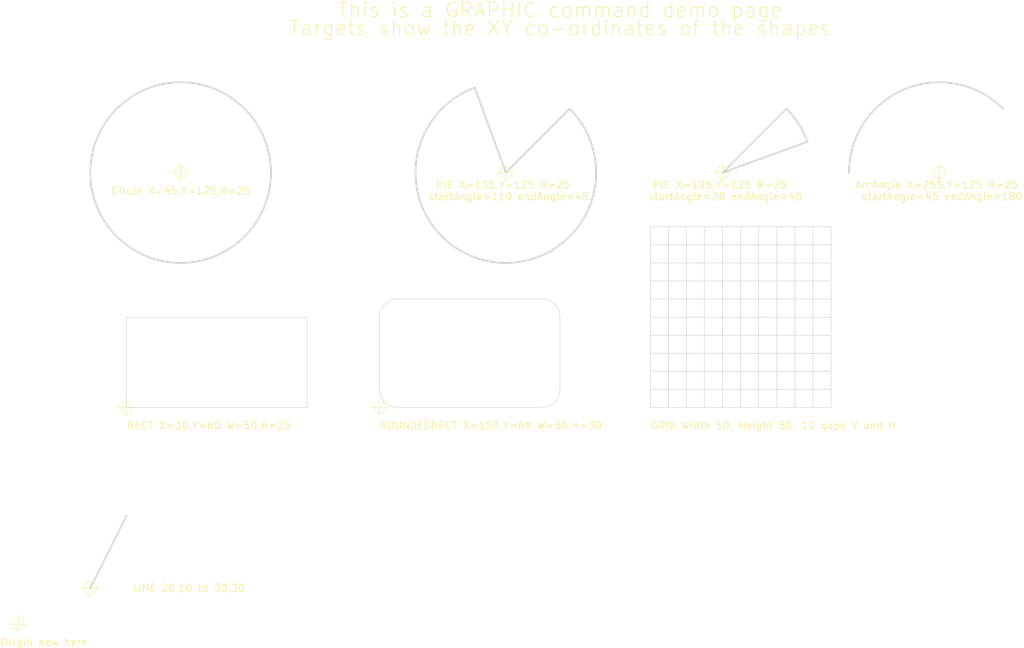
<source format=kicad_pcb>
(
kicad_pcb (version 4) (host pcbnew 4.0.4-stable)

  (general
    (links 0)
    (no_connects 0)
    (area 0 0 0 0)
    (thickness 1.6)
    (drawings 0)
    (tracks 0)
    (zones 0)
    (modules 1)
    (nets 1)
  )

  (page A4)
  (layers
    (0 F.Cu signal)
    (31 B.Cu signal)
    (32 B.Adhes user)
    (33 F.Adhes user)
    (34 B.Paste user)
    (35 F.Paste user)
    (36 B.SilkS user)
    (37 F.SilkS user)
    (38 B.Mask user)
    (39 F.Mask user)
    (40 Dwgs.User user)
    (41 Cmts.User user)
    (42 Eco1.User user)
    (43 Eco2.User user)
    (44 Edge.Cuts user)
    (45 Margin user)
    (46 B.CrtYd user)
    (47 F.CrtYd user)
    (48 B.Fab user)
    (49 F.Fab user)
  )

  (setup
    (last_trace_width 0.25)
    (trace_clearance 0.2)
    (zone_clearance 0.508)
    (zone_45_only no)
    (trace_min 0.2)
    (segment_width 0.2)
    (edge_width 0.15)
    (via_size 0.6)
    (via_drill 0.4)
    (via_min_size 0.4)
    (via_min_drill 0.3)
    (uvia_size 0.3)
    (uvia_drill 0.1)
    (uvias_allowed no)
    (uvia_min_size 0.2)
    (uvia_min_drill 0.1)
    (pcb_text_width 0.3)
    (pcb_text_size 1.5 1.5)
    (mod_edge_width 0.15)
    (mod_text_size 1 1)
    (mod_text_width 0.15)
    (pad_size 1.524 1.524)
    (pad_drill 0.762)
    (pad_to_mask_clearance 0.2)
    (aux_axis_origin 0 0)
    (visible_elements FFFFFF7F)
    (pcbplotparams
      (layerselection 0x00030_80000001)
      (usegerberextensions false)
      (excludeedgelayer true)
      (linewidth 0.100000)
      (plotframeref false)
      (viasonmask false)
      (mode 1)
      (useauxorigin false)
      (hpglpennumber 1)
      (hpglpenspeed 20)
      (hpglpendiameter 15)
      (hpglpenoverlay 2)
      (psnegative false)
      (psa4output false)
      (plotreference true)
      (plotvalue true)
      (plotinvisibletext false)
      (padsonsilk false)
      (subtractmaskfromsilk false)
      (outputformat 1)
      (mirror false)
      (drillshape 1)
      (scaleselection 1)
      (outputdirectory ""))
  )

  (net 0 "")

  (net_class Default "This is the default net class."
    (clearance 0.25)
    (trace_width 0.25)
    (via_dia 0.6)
    (via_drill 0.4)
    (uvia_dia 0.3)
    (uvia_drill 0.1)
  )



 (gr_text "This is a GRAPHIC command demo page" (at 150.0000 20.0000 0.0000) (layer F.SilkS)
    (effects (font (size 4.0000 4.0000) (thickness .25))  )
  )
 (gr_text "Targets show the XY co-ordinates of the shapes" (at 150.0000 25.0000 0.0000) (layer F.SilkS)
    (effects (font (size 4.0000 4.0000) (thickness .25))  )
  )
(target plus (at 0.0000 190.0000) (size 5.0000) (width 0.1500) (layer F.SilkS))
 (gr_text "Origin now here" (at -5.0000 195.0000 0.0000) (layer F.SilkS)
    (effects (font (size 2.0000 2.0000) (thickness .25))  (justify left)  )
  )
(gr_line (start 20.0000 180.0000) (end 30.0000 160.0000) (angle 90) (layer Edge.Cuts) (width 0.5000))
(target plus (at 20.0000 180.0000) (size 5.0000) (width 0.1500) (layer F.SilkS))
 (gr_text " LINE 20,10 to 30,30" (at 30.0000 180.0000 0.0000) (layer F.SilkS)
    (effects (font (size 2.0000 2.0000) (thickness .25))  (justify left)  )
  )
  (gr_circle (center 45.0000 65.0000) (end 70.0000 65.0000) (layer Edge.Cuts) (width 0.5000))
(target plus (at 45.0000 65.0000) (size 5.0000) (width 0.1500) (layer F.SilkS))
 (gr_text "Circle X=45,Y=125,R=25" (at 45.0000 70.0000 0.0000) (layer F.SilkS)
    (effects (font (size 2.0000 2.0000) (thickness .25))  )
  )

  (gr_arc (start 135.0000 65.0000) (end 126.4495 41.5077) (angle -295.0000) (layer Edge.Cuts) (width 0.5000))(gr_line (start 135.0000 65.0000) (end 126.4495 41.5077) (angle 90) (layer Edge.Cuts) (width 0.5000))(gr_line (start 135.0000 65.0000) (end 152.6777 47.3223) (angle 90) (layer Edge.Cuts) (width 0.5000))
(target plus (at 135.0000 65.0000) (size 5.0000) (width 0.1500) (layer F.SilkS))
 (gr_text "PIE X=135,Y=125 R=25 \n startAngle=110 endAngle=45" (at 135.0000 70.0000 0.0000) (layer F.SilkS)
    (effects (font (size 2.0000 2.0000) (thickness .25))  )
  )

  (gr_arc (start 195.0000 65.0000) (end 218.4923 56.4495) (angle -25.0000) (layer Edge.Cuts) (width 0.5000))(gr_line (start 195.0000 65.0000) (end 218.4923 56.4495) (angle 90) (layer Edge.Cuts) (width 0.5000))(gr_line (start 195.0000 65.0000) (end 212.6777 47.3223) (angle 90) (layer Edge.Cuts) (width 0.5000))
(target plus (at 195.0000 65.0000) (size 5.0000) (width 0.1500) (layer F.SilkS))
 (gr_text "PIE X=195,Y=125 R=25 \n startAngle=20 endAngle=45" (at 195.0000 70.0000 0.0000) (layer F.SilkS)
    (effects (font (size 2.0000 2.0000) (thickness .25))  )
  )

  (gr_arc (start 255.0000 65.0000) (end 272.6777 47.3223) (angle -135.0000) (layer Edge.Cuts) (width 0.5000))
(target plus (at 255.0000 65.0000) (size 5.0000) (width 0.1500) (layer F.SilkS))
 (gr_text "ArcAngle X=255,Y=125 R=25 \n startAngle=45 endAngle=180" (at 255.0000 70.0000 0.0000) (layer F.SilkS)
    (effects (font (size 2.0000 2.0000) (thickness .25))  )
  )
(gr_line (start 30.0000 130.0000) (end 80.0000 130.0000) (angle 90) (layer Edge.Cuts) (width 0.1500))(gr_line (start 80.0000 130.0000) (end 80.0000 105.0000) (angle 90) (layer Edge.Cuts) (width 0.1500))(gr_line (start 80.0000 105.0000) (end 30.0000 105.0000) (angle 90) (layer Edge.Cuts) (width 0.1500))(gr_line (start 30.0000 105.0000) (end 30.0000 130.0000) (angle 90) (layer Edge.Cuts) (width 0.1500))
(target plus (at 30.0000 130.0000) (size 5.0000) (width 0.1500) (layer F.SilkS))
 (gr_text "RECT X=30,Y=60 W=50,H=25" (at 30.0000 135.0000 0.0000) (layer F.SilkS)
    (effects (font (size 2.0000 2.0000) (thickness .25))  (justify left)  )
  )
(gr_line (start 105.0000 130.0000) (end 145.0000 130.0000) (angle 90) (layer Edge.Cuts) (width 0.1500))(gr_line (start 150.0000 125.0000) (end 150.0000 105.0000) (angle 90) (layer Edge.Cuts) (width 0.1500))(gr_line (start 145.0000 100.0000) (end 105.0000 100.0000) (angle 90) (layer Edge.Cuts) (width 0.1500))(gr_line (start 100.0000 105.0000) (end 100.0000 125.0000) (angle 90) (layer Edge.Cuts) (width 0.1500))
  (gr_arc (start 145.0000 125.0000) (end 145.0000 130.0000) (angle -90.0000) (layer Edge.Cuts) (width 0.1500))
  (gr_arc (start 145.0000 105.0000) (end 150.0000 105.0000) (angle -90.0000) (layer Edge.Cuts) (width 0.1500))
  (gr_arc (start 105.0000 105.0000) (end 105.0000 100.0000) (angle -90.0000) (layer Edge.Cuts) (width 0.1500))
  (gr_arc (start 105.0000 125.0000) (end 100.0000 125.0000) (angle -90.0000) (layer Edge.Cuts) (width 0.1500))
(target plus (at 100.0000 130.0000) (size 5.0000) (width 0.1500) (layer F.SilkS))
 (gr_text "ROUNDEDRECT X=150,Y=60 W=50,H=30" (at 100.0000 135.0000 0.0000) (layer F.SilkS)
    (effects (font (size 2.0000 2.0000) (thickness .25))  (justify left)  )
  )
(gr_line (start 175.0000 130.0000) (end 225.0000 130.0000) (angle 90) (layer Edge.Cuts) (width 0.1500))(gr_line (start 225.0000 130.0000) (end 225.0000 80.0000) (angle 90) (layer Edge.Cuts) (width 0.1500))(gr_line (start 225.0000 80.0000) (end 175.0000 80.0000) (angle 90) (layer Edge.Cuts) (width 0.1500))(gr_line (start 175.0000 80.0000) (end 175.0000 130.0000) (angle 90) (layer Edge.Cuts) (width 0.1500))
(gr_line (start 180.0000 130.0000) (end 180.0000 80.0000) (angle 90) (layer Edge.Cuts) (width 0.1500))
(gr_line (start 185.0000 130.0000) (end 185.0000 80.0000) (angle 90) (layer Edge.Cuts) (width 0.1500))
(gr_line (start 190.0000 130.0000) (end 190.0000 80.0000) (angle 90) (layer Edge.Cuts) (width 0.1500))
(gr_line (start 195.0000 130.0000) (end 195.0000 80.0000) (angle 90) (layer Edge.Cuts) (width 0.1500))
(gr_line (start 200.0000 130.0000) (end 200.0000 80.0000) (angle 90) (layer Edge.Cuts) (width 0.1500))
(gr_line (start 205.0000 130.0000) (end 205.0000 80.0000) (angle 90) (layer Edge.Cuts) (width 0.1500))
(gr_line (start 210.0000 130.0000) (end 210.0000 80.0000) (angle 90) (layer Edge.Cuts) (width 0.1500))
(gr_line (start 215.0000 130.0000) (end 215.0000 80.0000) (angle 90) (layer Edge.Cuts) (width 0.1500))
(gr_line (start 220.0000 130.0000) (end 220.0000 80.0000) (angle 90) (layer Edge.Cuts) (width 0.1500))
(gr_line (start 175.0000 125.0000) (end 225.0000 125.0000) (angle 90) (layer Edge.Cuts) (width 0.1500))
(gr_line (start 175.0000 120.0000) (end 225.0000 120.0000) (angle 90) (layer Edge.Cuts) (width 0.1500))
(gr_line (start 175.0000 115.0000) (end 225.0000 115.0000) (angle 90) (layer Edge.Cuts) (width 0.1500))
(gr_line (start 175.0000 110.0000) (end 225.0000 110.0000) (angle 90) (layer Edge.Cuts) (width 0.1500))
(gr_line (start 175.0000 105.0000) (end 225.0000 105.0000) (angle 90) (layer Edge.Cuts) (width 0.1500))
(gr_line (start 175.0000 100.0000) (end 225.0000 100.0000) (angle 90) (layer Edge.Cuts) (width 0.1500))
(gr_line (start 175.0000 95.0000) (end 225.0000 95.0000) (angle 90) (layer Edge.Cuts) (width 0.1500))
(gr_line (start 175.0000 90.0000) (end 225.0000 90.0000) (angle 90) (layer Edge.Cuts) (width 0.1500))
(gr_line (start 175.0000 85.0000) (end 225.0000 85.0000) (angle 90) (layer Edge.Cuts) (width 0.1500))
 (gr_text "GRID Width 50, Height 50, 10 gaps V and H" (at 175.0000 135.0000 0.0000) (layer F.SilkS)
    (effects (font (size 2.0000 2.0000) (thickness .25))  (justify left)  )
  ))
</source>
